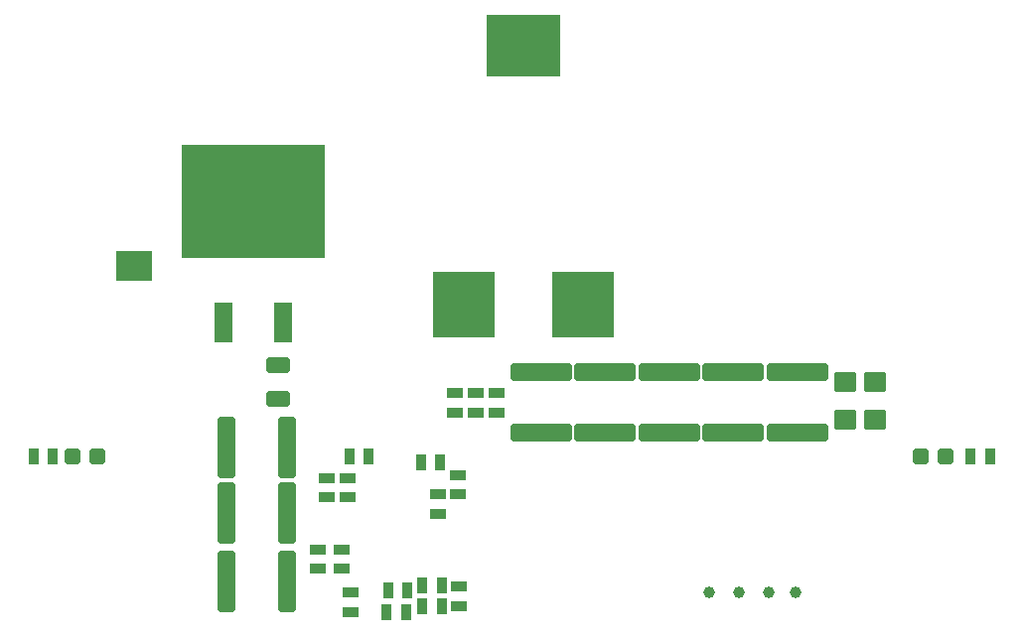
<source format=gtp>
G04*
G04 #@! TF.GenerationSoftware,Altium Limited,Altium Designer,23.8.1 (32)*
G04*
G04 Layer_Color=8421504*
%FSLAX44Y44*%
%MOMM*%
G71*
G04*
G04 #@! TF.SameCoordinates,B70ACEF7-E70B-45C2-86D7-E5FBF9B371E4*
G04*
G04*
G04 #@! TF.FilePolarity,Positive*
G04*
G01*
G75*
%ADD15R,1.6000X3.5000*%
%ADD16R,12.2000X9.7500*%
G04:AMPARAMS|DCode=17|XSize=1.4mm|YSize=0.9mm|CornerRadius=0.0675mm|HoleSize=0mm|Usage=FLASHONLY|Rotation=180.000|XOffset=0mm|YOffset=0mm|HoleType=Round|Shape=RoundedRectangle|*
%AMROUNDEDRECTD17*
21,1,1.4000,0.7650,0,0,180.0*
21,1,1.2650,0.9000,0,0,180.0*
1,1,0.1350,-0.6325,0.3825*
1,1,0.1350,0.6325,0.3825*
1,1,0.1350,0.6325,-0.3825*
1,1,0.1350,-0.6325,-0.3825*
%
%ADD17ROUNDEDRECTD17*%
%ADD18R,5.3300X5.5900*%
%ADD19R,6.3500X5.2800*%
G04:AMPARAMS|DCode=20|XSize=5.2mm|YSize=1.5mm|CornerRadius=0.15mm|HoleSize=0mm|Usage=FLASHONLY|Rotation=180.000|XOffset=0mm|YOffset=0mm|HoleType=Round|Shape=RoundedRectangle|*
%AMROUNDEDRECTD20*
21,1,5.2000,1.2000,0,0,180.0*
21,1,4.9000,1.5000,0,0,180.0*
1,1,0.3000,-2.4500,0.6000*
1,1,0.3000,2.4500,0.6000*
1,1,0.3000,2.4500,-0.6000*
1,1,0.3000,-2.4500,-0.6000*
%
%ADD20ROUNDEDRECTD20*%
%ADD21R,3.1734X2.5034*%
%ADD22C,1.0000*%
G04:AMPARAMS|DCode=23|XSize=1.4mm|YSize=0.9mm|CornerRadius=0.0675mm|HoleSize=0mm|Usage=FLASHONLY|Rotation=90.000|XOffset=0mm|YOffset=0mm|HoleType=Round|Shape=RoundedRectangle|*
%AMROUNDEDRECTD23*
21,1,1.4000,0.7650,0,0,90.0*
21,1,1.2650,0.9000,0,0,90.0*
1,1,0.1350,0.3825,0.6325*
1,1,0.1350,0.3825,-0.6325*
1,1,0.1350,-0.3825,-0.6325*
1,1,0.1350,-0.3825,0.6325*
%
%ADD23ROUNDEDRECTD23*%
G04:AMPARAMS|DCode=24|XSize=5.2mm|YSize=1.5mm|CornerRadius=0.15mm|HoleSize=0mm|Usage=FLASHONLY|Rotation=270.000|XOffset=0mm|YOffset=0mm|HoleType=Round|Shape=RoundedRectangle|*
%AMROUNDEDRECTD24*
21,1,5.2000,1.2000,0,0,270.0*
21,1,4.9000,1.5000,0,0,270.0*
1,1,0.3000,-0.6000,-2.4500*
1,1,0.3000,-0.6000,2.4500*
1,1,0.3000,0.6000,2.4500*
1,1,0.3000,0.6000,-2.4500*
%
%ADD24ROUNDEDRECTD24*%
G04:AMPARAMS|DCode=25|XSize=1.9mm|YSize=1.75mm|CornerRadius=0.175mm|HoleSize=0mm|Usage=FLASHONLY|Rotation=180.000|XOffset=0mm|YOffset=0mm|HoleType=Round|Shape=RoundedRectangle|*
%AMROUNDEDRECTD25*
21,1,1.9000,1.4000,0,0,180.0*
21,1,1.5500,1.7500,0,0,180.0*
1,1,0.3500,-0.7750,0.7000*
1,1,0.3500,0.7750,0.7000*
1,1,0.3500,0.7750,-0.7000*
1,1,0.3500,-0.7750,-0.7000*
%
%ADD25ROUNDEDRECTD25*%
G04:AMPARAMS|DCode=26|XSize=2mm|YSize=1.3mm|CornerRadius=0.13mm|HoleSize=0mm|Usage=FLASHONLY|Rotation=180.000|XOffset=0mm|YOffset=0mm|HoleType=Round|Shape=RoundedRectangle|*
%AMROUNDEDRECTD26*
21,1,2.0000,1.0400,0,0,180.0*
21,1,1.7400,1.3000,0,0,180.0*
1,1,0.2600,-0.8700,0.5200*
1,1,0.2600,0.8700,0.5200*
1,1,0.2600,0.8700,-0.5200*
1,1,0.2600,-0.8700,-0.5200*
%
%ADD26ROUNDEDRECTD26*%
G04:AMPARAMS|DCode=27|XSize=1.3mm|YSize=1.3mm|CornerRadius=0.13mm|HoleSize=0mm|Usage=FLASHONLY|Rotation=0.000|XOffset=0mm|YOffset=0mm|HoleType=Round|Shape=RoundedRectangle|*
%AMROUNDEDRECTD27*
21,1,1.3000,1.0400,0,0,0.0*
21,1,1.0400,1.3000,0,0,0.0*
1,1,0.2600,0.5200,-0.5200*
1,1,0.2600,-0.5200,-0.5200*
1,1,0.2600,-0.5200,0.5200*
1,1,0.2600,0.5200,0.5200*
%
%ADD27ROUNDEDRECTD27*%
D15*
X866140Y957580D02*
D03*
X815340D02*
D03*
D16*
X840740Y1060330D02*
D03*
D17*
X1012190Y897250D02*
D03*
Y880750D02*
D03*
X1029970Y897250D02*
D03*
Y880750D02*
D03*
X1047750Y897250D02*
D03*
Y880750D02*
D03*
X920750Y824860D02*
D03*
Y808360D02*
D03*
X1016000Y715650D02*
D03*
Y732150D02*
D03*
X923290Y710570D02*
D03*
Y727070D02*
D03*
X998220Y794390D02*
D03*
Y810890D02*
D03*
X1014730Y810900D02*
D03*
Y827400D02*
D03*
X902970Y808360D02*
D03*
Y824860D02*
D03*
X895350Y763900D02*
D03*
Y747400D02*
D03*
X915670D02*
D03*
Y763900D02*
D03*
D18*
X1019810Y972820D02*
D03*
X1121310D02*
D03*
D19*
X1070560Y1193370D02*
D03*
D20*
X1249680Y863000D02*
D03*
Y915000D02*
D03*
X1304290D02*
D03*
Y863000D02*
D03*
X1085850D02*
D03*
Y915000D02*
D03*
X1140460Y863000D02*
D03*
Y915000D02*
D03*
X1195070Y863000D02*
D03*
Y915000D02*
D03*
D21*
X739140Y1005840D02*
D03*
D22*
X1303020Y727000D02*
D03*
X1254760D02*
D03*
X1229360D02*
D03*
X1280160D02*
D03*
D23*
X922660Y843280D02*
D03*
X939160D02*
D03*
X983620Y838200D02*
D03*
X1000120D02*
D03*
X955680Y728980D02*
D03*
X972180D02*
D03*
X954410Y709930D02*
D03*
X970910D02*
D03*
X1001390Y732790D02*
D03*
X984890D02*
D03*
X1001390Y715010D02*
D03*
X984890D02*
D03*
X1452250Y843280D02*
D03*
X1468750D02*
D03*
X669920D02*
D03*
X653420D02*
D03*
D24*
X817280Y736600D02*
D03*
X869280D02*
D03*
Y850900D02*
D03*
X817280D02*
D03*
Y795020D02*
D03*
X869280D02*
D03*
D25*
X1370330Y874270D02*
D03*
Y906270D02*
D03*
X1344930Y874270D02*
D03*
Y906270D02*
D03*
D26*
X862076Y892026D02*
D03*
Y921026D02*
D03*
D27*
X1409360Y843280D02*
D03*
X1430360D02*
D03*
X707730D02*
D03*
X686730D02*
D03*
M02*

</source>
